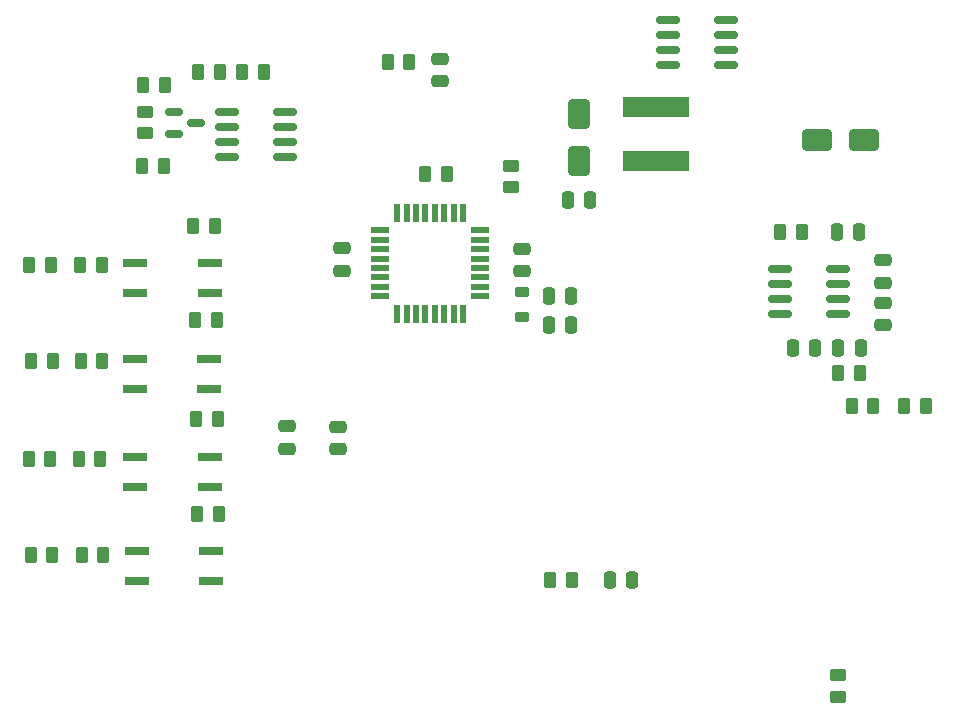
<source format=gbr>
%TF.GenerationSoftware,KiCad,Pcbnew,8.0.3*%
%TF.CreationDate,2025-02-24T14:24:07+05:30*%
%TF.ProjectId,messenger_Project,6d657373-656e-4676-9572-5f50726f6a65,rev?*%
%TF.SameCoordinates,Original*%
%TF.FileFunction,Paste,Top*%
%TF.FilePolarity,Positive*%
%FSLAX46Y46*%
G04 Gerber Fmt 4.6, Leading zero omitted, Abs format (unit mm)*
G04 Created by KiCad (PCBNEW 8.0.3) date 2025-02-24 14:24:07*
%MOMM*%
%LPD*%
G01*
G04 APERTURE LIST*
G04 Aperture macros list*
%AMRoundRect*
0 Rectangle with rounded corners*
0 $1 Rounding radius*
0 $2 $3 $4 $5 $6 $7 $8 $9 X,Y pos of 4 corners*
0 Add a 4 corners polygon primitive as box body*
4,1,4,$2,$3,$4,$5,$6,$7,$8,$9,$2,$3,0*
0 Add four circle primitives for the rounded corners*
1,1,$1+$1,$2,$3*
1,1,$1+$1,$4,$5*
1,1,$1+$1,$6,$7*
1,1,$1+$1,$8,$9*
0 Add four rect primitives between the rounded corners*
20,1,$1+$1,$2,$3,$4,$5,0*
20,1,$1+$1,$4,$5,$6,$7,0*
20,1,$1+$1,$6,$7,$8,$9,0*
20,1,$1+$1,$8,$9,$2,$3,0*%
G04 Aperture macros list end*
%ADD10RoundRect,0.250000X-0.250000X-0.475000X0.250000X-0.475000X0.250000X0.475000X-0.250000X0.475000X0*%
%ADD11R,2.000000X0.640000*%
%ADD12RoundRect,0.250000X-0.475000X0.250000X-0.475000X-0.250000X0.475000X-0.250000X0.475000X0.250000X0*%
%ADD13R,1.600000X0.550000*%
%ADD14R,0.550000X1.600000*%
%ADD15RoundRect,0.150000X0.825000X0.150000X-0.825000X0.150000X-0.825000X-0.150000X0.825000X-0.150000X0*%
%ADD16RoundRect,0.250000X-0.262500X-0.450000X0.262500X-0.450000X0.262500X0.450000X-0.262500X0.450000X0*%
%ADD17RoundRect,0.250000X0.262500X0.450000X-0.262500X0.450000X-0.262500X-0.450000X0.262500X-0.450000X0*%
%ADD18RoundRect,0.250000X0.250000X0.475000X-0.250000X0.475000X-0.250000X-0.475000X0.250000X-0.475000X0*%
%ADD19RoundRect,0.250000X-1.000000X-0.650000X1.000000X-0.650000X1.000000X0.650000X-1.000000X0.650000X0*%
%ADD20RoundRect,0.250000X0.475000X-0.250000X0.475000X0.250000X-0.475000X0.250000X-0.475000X-0.250000X0*%
%ADD21RoundRect,0.218750X-0.381250X0.218750X-0.381250X-0.218750X0.381250X-0.218750X0.381250X0.218750X0*%
%ADD22R,5.700000X1.700000*%
%ADD23RoundRect,0.250000X0.450000X-0.262500X0.450000X0.262500X-0.450000X0.262500X-0.450000X-0.262500X0*%
%ADD24RoundRect,0.250000X-0.650000X1.000000X-0.650000X-1.000000X0.650000X-1.000000X0.650000X1.000000X0*%
%ADD25RoundRect,0.150000X-0.587500X-0.150000X0.587500X-0.150000X0.587500X0.150000X-0.587500X0.150000X0*%
%ADD26RoundRect,0.150000X-0.825000X-0.150000X0.825000X-0.150000X0.825000X0.150000X-0.825000X0.150000X0*%
%ADD27RoundRect,0.250000X-0.450000X0.262500X-0.450000X-0.262500X0.450000X-0.262500X0.450000X0.262500X0*%
G04 APERTURE END LIST*
D10*
%TO.C,C13*%
X145506400Y-85598000D03*
X147406400Y-85598000D03*
%TD*%
D11*
%TO.C,U6*%
X110534300Y-99237800D03*
X110534300Y-101777800D03*
X116834300Y-101777800D03*
X116834300Y-99237800D03*
%TD*%
D12*
%TO.C,C2*%
X127711200Y-96687600D03*
X127711200Y-98587600D03*
%TD*%
D11*
%TO.C,U5*%
X110665500Y-107188000D03*
X110665500Y-109728000D03*
X116965500Y-109728000D03*
X116965500Y-107188000D03*
%TD*%
D13*
%TO.C,U1*%
X131233600Y-80029400D03*
X131233600Y-80829400D03*
X131233600Y-81629400D03*
X131233600Y-82429400D03*
X131233600Y-83229400D03*
X131233600Y-84029400D03*
X131233600Y-84829400D03*
X131233600Y-85629400D03*
D14*
X132683600Y-87079400D03*
X133483600Y-87079400D03*
X134283600Y-87079400D03*
X135083600Y-87079400D03*
X135883600Y-87079400D03*
X136683600Y-87079400D03*
X137483600Y-87079400D03*
X138283600Y-87079400D03*
D13*
X139733600Y-85629400D03*
X139733600Y-84829400D03*
X139733600Y-84029400D03*
X139733600Y-83229400D03*
X139733600Y-82429400D03*
X139733600Y-81629400D03*
X139733600Y-80829400D03*
X139733600Y-80029400D03*
D14*
X138283600Y-78579400D03*
X137483600Y-78579400D03*
X136683600Y-78579400D03*
X135883600Y-78579400D03*
X135083600Y-78579400D03*
X134283600Y-78579400D03*
X133483600Y-78579400D03*
X132683600Y-78579400D03*
%TD*%
D15*
%TO.C,U9*%
X123226600Y-73823600D03*
X123226600Y-72553600D03*
X123226600Y-71283600D03*
X123226600Y-70013600D03*
X118276600Y-70013600D03*
X118276600Y-71283600D03*
X118276600Y-72553600D03*
X118276600Y-73823600D03*
%TD*%
D12*
%TO.C,C19*%
X136296400Y-65521800D03*
X136296400Y-67421800D03*
%TD*%
D16*
%TO.C,R8*%
X101500300Y-99415600D03*
X103325300Y-99415600D03*
%TD*%
D17*
%TO.C,R20*%
X117232550Y-79693650D03*
X115407550Y-79693650D03*
%TD*%
%TO.C,R4*%
X177442500Y-94869000D03*
X175617500Y-94869000D03*
%TD*%
D18*
%TO.C,C7*%
X168082000Y-89992200D03*
X166182000Y-89992200D03*
%TD*%
D19*
%TO.C,D3*%
X168230800Y-72390000D03*
X172230800Y-72390000D03*
%TD*%
D20*
%TO.C,C3*%
X128041400Y-83459400D03*
X128041400Y-81559400D03*
%TD*%
D17*
%TO.C,R15*%
X133703700Y-65786000D03*
X131878700Y-65786000D03*
%TD*%
D18*
%TO.C,C9*%
X171942800Y-89966800D03*
X170042800Y-89966800D03*
%TD*%
D17*
%TO.C,R16*%
X147495900Y-109601000D03*
X145670900Y-109601000D03*
%TD*%
D16*
%TO.C,R14*%
X105894500Y-91135200D03*
X107719500Y-91135200D03*
%TD*%
D20*
%TO.C,C8*%
X173863000Y-84465200D03*
X173863000Y-82565200D03*
%TD*%
D17*
%TO.C,R22*%
X112926500Y-74549000D03*
X111101500Y-74549000D03*
%TD*%
D16*
%TO.C,R24*%
X115825900Y-66624200D03*
X117650900Y-66624200D03*
%TD*%
D17*
%TO.C,R12*%
X117572800Y-104038400D03*
X115747800Y-104038400D03*
%TD*%
D21*
%TO.C,FB1*%
X143281400Y-85272100D03*
X143281400Y-87397100D03*
%TD*%
D17*
%TO.C,R17*%
X117440100Y-87630000D03*
X115615100Y-87630000D03*
%TD*%
D16*
%TO.C,R7*%
X101654600Y-107518200D03*
X103479600Y-107518200D03*
%TD*%
%TO.C,R10*%
X105994200Y-107492800D03*
X107819200Y-107492800D03*
%TD*%
D11*
%TO.C,U8*%
X110532800Y-82778600D03*
X110532800Y-85318600D03*
X116832800Y-85318600D03*
X116832800Y-82778600D03*
%TD*%
D12*
%TO.C,C5*%
X143230600Y-81574600D03*
X143230600Y-83474600D03*
%TD*%
D16*
%TO.C,R2*%
X170053000Y-92075000D03*
X171878000Y-92075000D03*
%TD*%
D22*
%TO.C,L1*%
X154565600Y-69632000D03*
X154565600Y-74132000D03*
%TD*%
D12*
%TO.C,C1*%
X123367800Y-96611400D03*
X123367800Y-98511400D03*
%TD*%
D16*
%TO.C,R19*%
X105841800Y-82931000D03*
X107666800Y-82931000D03*
%TD*%
D23*
%TO.C,R6*%
X170053000Y-119528600D03*
X170053000Y-117703600D03*
%TD*%
D24*
%TO.C,D4*%
X148088600Y-70161400D03*
X148088600Y-74161400D03*
%TD*%
D18*
%TO.C,C23*%
X149057400Y-77470000D03*
X147157400Y-77470000D03*
%TD*%
D12*
%TO.C,C6*%
X173837600Y-86146600D03*
X173837600Y-88046600D03*
%TD*%
D10*
%TO.C,C12*%
X145542000Y-88036400D03*
X147442000Y-88036400D03*
%TD*%
D17*
%TO.C,R11*%
X117494700Y-95986600D03*
X115669700Y-95986600D03*
%TD*%
D16*
%TO.C,R5*%
X171174400Y-94869000D03*
X172999400Y-94869000D03*
%TD*%
%TO.C,R1*%
X135051800Y-75234800D03*
X136876800Y-75234800D03*
%TD*%
D25*
%TO.C,D2*%
X113768900Y-69992200D03*
X113768900Y-71892200D03*
X115643900Y-70942200D03*
%TD*%
D11*
%TO.C,U7*%
X110482000Y-90906600D03*
X110482000Y-93446600D03*
X116782000Y-93446600D03*
X116782000Y-90906600D03*
%TD*%
D16*
%TO.C,R18*%
X101553000Y-82981800D03*
X103378000Y-82981800D03*
%TD*%
D17*
%TO.C,R25*%
X121410100Y-66624200D03*
X119585100Y-66624200D03*
%TD*%
D26*
%TO.C,U2*%
X165063400Y-83337400D03*
X165063400Y-84607400D03*
X165063400Y-85877400D03*
X165063400Y-87147400D03*
X170013400Y-87147400D03*
X170013400Y-85877400D03*
X170013400Y-84607400D03*
X170013400Y-83337400D03*
%TD*%
%TO.C,U10*%
X155610000Y-62230000D03*
X155610000Y-63500000D03*
X155610000Y-64770000D03*
X155610000Y-66040000D03*
X160560000Y-66040000D03*
X160560000Y-64770000D03*
X160560000Y-63500000D03*
X160560000Y-62230000D03*
%TD*%
D18*
%TO.C,C11*%
X171815800Y-80162400D03*
X169915800Y-80162400D03*
%TD*%
D16*
%TO.C,R21*%
X111203100Y-67691000D03*
X113028100Y-67691000D03*
%TD*%
D27*
%TO.C,R23*%
X111314700Y-70005300D03*
X111314700Y-71830300D03*
%TD*%
%TO.C,R26*%
X142316200Y-74576300D03*
X142316200Y-76401300D03*
%TD*%
D18*
%TO.C,C18*%
X152613400Y-109651800D03*
X150713400Y-109651800D03*
%TD*%
D16*
%TO.C,R13*%
X101705400Y-91084400D03*
X103530400Y-91084400D03*
%TD*%
%TO.C,R3*%
X165101900Y-80137000D03*
X166926900Y-80137000D03*
%TD*%
%TO.C,R9*%
X105740200Y-99390200D03*
X107565200Y-99390200D03*
%TD*%
M02*

</source>
